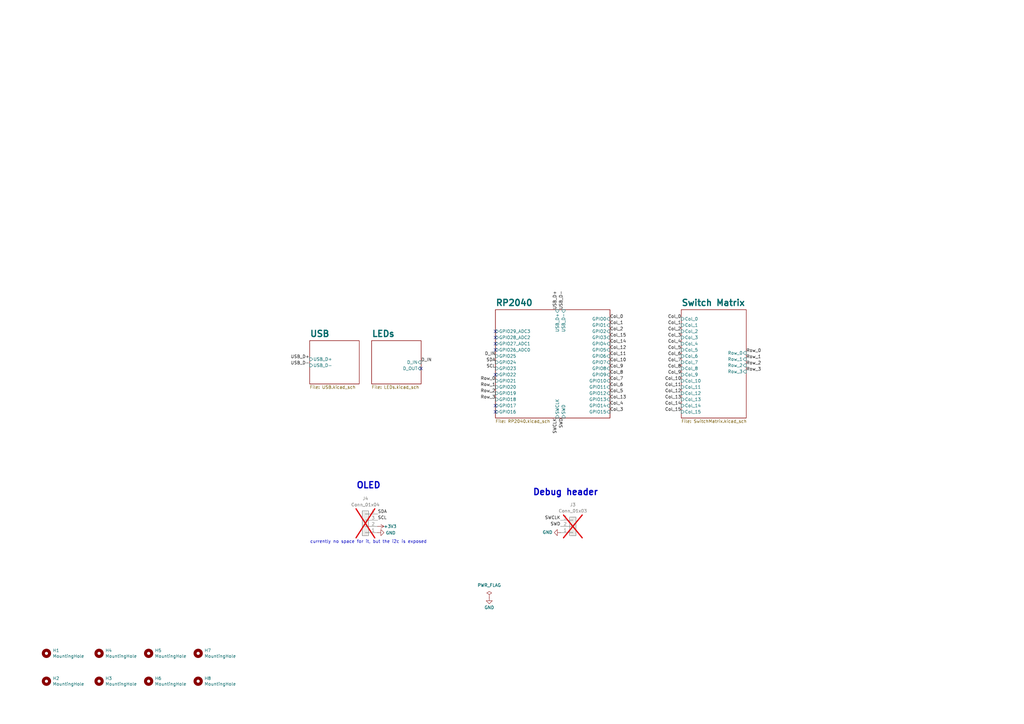
<source format=kicad_sch>
(kicad_sch (version 20231120) (generator "eeschema") (generator_version "8.0")
  (paper "A3")
  (title_block (title "\"not-so-fullsize\" ortho") (date "2024-08-07") (rev "2") (comment 1 "Author: Kev"))
  (lib_symbols
    (symbol "Connector_Generic:Conn_01x03" (pin_names (offset 1.016) hide)
      (property "Reference" "J" (at 0 5.08 0))
      (property "Value" "Conn_01x03" (at 0 -5.08 0))
      (symbol "Conn_01x03_1_1"
        (rectangle (start -1.27 -2.413) (end 0 -2.667) (stroke (width 0.1524)))
        (rectangle (start -1.27 0.127) (end 0 -0.127) (stroke (width 0.1524)))
        (rectangle (start -1.27 2.667) (end 0 2.413) (stroke (width 0.1524)))
        (rectangle (start -1.27 3.81) (end 1.27 -3.81) (stroke (width 0.254)) (fill (type background)))
        (pin passive line (at -5.08 2.54 0) (length 3.81) (name "Pin_1") (number "1"))
        (pin passive line (at -5.08 0 0) (length 3.81) (name "Pin_2") (number "2"))
        (pin passive line (at -5.08 -2.54 0) (length 3.81) (name "Pin_3") (number "3"))
      )
    )
    (symbol "Connector_Generic:Conn_01x04" (pin_names (offset 1.016) hide)
      (property "Reference" "J" (at 0 5.08 0))
      (property "Value" "Conn_01x04" (at 0 -7.62 0))
      (symbol "Conn_01x04_1_1"
        (rectangle (start -1.27 -4.953) (end 0 -5.207) (stroke (width 0.1524)))
        (rectangle (start -1.27 -2.413) (end 0 -2.667) (stroke (width 0.1524)))
        (rectangle (start -1.27 0.127) (end 0 -0.127) (stroke (width 0.1524)))
        (rectangle (start -1.27 2.667) (end 0 2.413) (stroke (width 0.1524)))
        (rectangle (start -1.27 3.81) (end 1.27 -6.35) (stroke (width 0.254)) (fill (type background)))
        (pin passive line (at -5.08 2.54 0) (length 3.81) (name "Pin_1") (number "1"))
        (pin passive line (at -5.08 0 0) (length 3.81) (name "Pin_2") (number "2"))
        (pin passive line (at -5.08 -2.54 0) (length 3.81) (name "Pin_3") (number "3"))
        (pin passive line (at -5.08 -5.08 0) (length 3.81) (name "Pin_4") (number "4"))
      )
    )
    (symbol "Mechanical:MountingHole" (pin_names (offset 1.016))
      (property "Reference" "H" (at 0 5.08 0))
      (property "Value" "MountingHole" (at 0 3.175 0))
      (symbol "MountingHole_0_1"
        (circle (center 0 0) (radius 1.27) (stroke (width 1.27)))
      )
    )
    (symbol "PCM_4ms_Power-symbol:PWR_FLAG" (power) (pin_numbers hide) (pin_names (offset 0) hide)
      (property "Value" "PWR_FLAG" (at 0 3.81 0))
      (symbol "PWR_FLAG_0_0"
        (pin power_out line (at 0 0 90) (length 0) (name "pwr") (number "1"))
      )
      (symbol "PWR_FLAG_0_1"
        (polyline (pts (xy 0 0) (xy 0 1.27) (xy -1.016 1.905) (xy 0 2.54) (xy 1.016 1.905) (xy 0 1.27)))
      )
    )
    (symbol "power:+3V3" (power) (pin_numbers hide) (pin_names (offset 0) hide)
      (property "Value" "+3V3" (at 0 3.556 0))
      (symbol "+3V3_0_1"
        (polyline (pts (xy -0.762 1.27) (xy 0 2.54)))
        (polyline (pts (xy 0 0) (xy 0 2.54)))
        (polyline (pts (xy 0 2.54) (xy 0.762 1.27)))
      )
      (symbol "+3V3_1_1"
        (pin power_in line (at 0 0 90) (length 0) (name "~") (number "1"))
      )
    )
    (symbol "power:GND" (power) (pin_numbers hide) (pin_names (offset 0) hide)
      (property "Value" "GND" (at 0 -3.81 0))
      (symbol "GND_0_1"
        (polyline (pts (xy 0 0) (xy 0 -1.27) (xy 1.27 -1.27) (xy 0 -2.54) (xy -1.27 -1.27) (xy 0 -1.27)))
      )
      (symbol "GND_1_1"
        (pin power_in line (at 0 0 270) (length 0) (name "~") (number "1"))
      )
    )
  )
  (no_connect (at 203.2 140.97))
  (no_connect (at 203.2 138.43))
  (no_connect (at 172.72 151.13))
  (no_connect (at 203.2 166.37))
  (no_connect (at 203.2 143.51))
  (no_connect (at 203.2 168.91))
  (no_connect (at 203.2 135.89))
  (no_connect (at 203.2 153.67))
  (text "Debug header" (at 218.44 203.454 0) (effects (font (size 2.54 2.54) (thickness 0.508) (bold yes)) (justify left bottom)))
  (text "currently no space for it, but the i2c is exposed" (at 151.13 222.25 0) (effects (font (size 1.27 1.27))))
  (text "OLED" (at 146.05 200.66 0) (effects (font (size 2.54 2.54) (thickness 0.508) (bold yes)) (justify left bottom)))
  (label "Col_7" (at 279.4 148.59 180))
  (label "Row_2" (at 306.07 149.86 0))
  (label "Row_0" (at 306.07 144.78 0))
  (label "Row_0" (at 203.2 156.21 180))
  (label "D_IN" (at 172.72 148.59 0))
  (label "SWCLK" (at 228.6 171.45 270))
  (label "USB_D-" (at 231.14 127 90))
  (label "Col_4" (at 250.19 166.37 0))
  (label "Col_6" (at 279.4 146.05 180))
  (label "Row_2" (at 203.2 161.29 180))
  (label "Col_11" (at 250.19 146.05 0))
  (label "Row_3" (at 306.07 152.4 0))
  (label "Col_15" (at 250.19 138.43 0))
  (label "Col_2" (at 250.19 135.89 0))
  (label "Row_3" (at 203.2 163.83 180))
  (label "Col_5" (at 279.4 143.51 180))
  (label "Col_9" (at 250.19 151.13 0))
  (label "Col_12" (at 250.19 143.51 0))
  (label "Col_0" (at 279.4 130.81 180))
  (label "Col_4" (at 279.4 140.97 180))
  (label "Col_1" (at 279.4 133.35 180))
  (label "Col_6" (at 250.19 158.75 0))
  (label "Col_13" (at 279.4 163.83 180))
  (label "Col_10" (at 250.19 148.59 0))
  (label "Row_1" (at 306.07 147.32 0))
  (label "SWD" (at 231.14 171.45 270))
  (label "USB_D+" (at 127 147.32 180))
  (label "SWD" (at 229.87 215.9 180))
  (label "Row_1" (at 203.2 158.75 180))
  (label "Col_15" (at 279.4 168.91 180))
  (label "SCL" (at 154.94 213.36 0))
  (label "Col_3" (at 279.4 138.43 180))
  (label "Col_8" (at 250.19 153.67 0))
  (label "Col_14" (at 279.4 166.37 180))
  (label "Col_3" (at 250.19 168.91 0))
  (label "Col_9" (at 279.4 153.67 180))
  (label "Col_10" (at 279.4 156.21 180))
  (label "Col_11" (at 279.4 158.75 180))
  (label "SDA" (at 203.2 148.59 180))
  (label "Col_8" (at 279.4 151.13 180))
  (label "SWCLK" (at 229.87 213.36 180))
  (label "USB_D-" (at 127 149.86 180))
  (label "Col_7" (at 250.19 156.21 0))
  (label "Col_14" (at 250.19 140.97 0))
  (label "SCL" (at 203.2 151.13 180))
  (label "Col_13" (at 250.19 163.83 0))
  (label "Col_0" (at 250.19 130.81 0))
  (label "D_IN" (at 203.2 146.05 180))
  (label "Col_12" (at 279.4 161.29 180))
  (label "SDA" (at 154.94 210.82 0))
  (label "Col_5" (at 250.19 161.29 0))
  (label "Col_2" (at 279.4 135.89 180))
  (label "USB_D+" (at 228.6 127 90))
  (label "Col_1" (at 250.19 133.35 0))
  (symbol (lib_id "Mechanical:MountingHole") (at 19.05 279.4 0) (unit 1)
    (property "Reference" "H2" (at 21.59 278.2316 0) (effects (justify left)))
    (property "Value" "MountingHole" (at 21.59 280.543 0) (effects (justify left)))
    (property "Footprint" "MountingHole:MountingHole_2.2mm_M2" (effects (hide yes)))
  )
  (symbol (lib_id "Mechanical:MountingHole") (at 19.05 267.97 0) (unit 1)
    (property "Reference" "H1" (at 21.59 266.8016 0) (effects (justify left)))
    (property "Value" "MountingHole" (at 21.59 269.113 0) (effects (justify left)))
    (property "Footprint" "MountingHole:MountingHole_2.2mm_M2" (effects (hide yes)))
  )
  (symbol (lib_id "Mechanical:MountingHole") (at 40.64 267.97 0) (unit 1)
    (property "Reference" "H4" (at 43.18 266.8016 0) (effects (justify left)))
    (property "Value" "MountingHole" (at 43.18 269.113 0) (effects (justify left)))
    (property "Footprint" "MountingHole:MountingHole_2.2mm_M2" (effects (hide yes)))
  )
  (symbol (lib_id "Mechanical:MountingHole") (at 40.64 279.4 0) (unit 1)
    (property "Reference" "H3" (at 43.18 278.2316 0) (effects (justify left)))
    (property "Value" "MountingHole" (at 43.18 280.543 0) (effects (justify left)))
    (property "Footprint" "MountingHole:MountingHole_2.2mm_M2" (effects (hide yes)))
  )
  (symbol (lib_id "Mechanical:MountingHole") (at 60.96 279.4 0) (unit 1)
    (property "Reference" "H6" (at 63.5 278.2316 0) (effects (justify left)))
    (property "Value" "MountingHole" (at 63.5 280.543 0) (effects (justify left)))
    (property "Footprint" "MountingHole:MountingHole_2.2mm_M2" (effects (hide yes)))
  )
  (symbol (lib_id "PCM_4ms_Power-symbol:PWR_FLAG") (at 200.66 245.11 0) (unit 1)
    (property "Reference" "#FLG02" (effects (hide yes)))
    (property "Value" "PWR_FLAG" (at 200.66 240.03 0))
  )
  (symbol (lib_id "Mechanical:MountingHole") (at 81.28 267.97 0) (unit 1)
    (property "Reference" "H7" (at 83.82 266.8016 0) (effects (justify left)))
    (property "Value" "MountingHole" (at 83.82 269.113 0) (effects (justify left)))
    (property "Footprint" "MountingHole:MountingHole_2.2mm_M2" (effects (hide yes)))
  )
  (symbol (lib_id "power:GND") (at 154.94 218.44 90) (mirror x) (unit 1)
    (property "Reference" "#PWR034" (effects (hide yes)))
    (property "Value" "GND" (at 158.1912 218.567 90) (effects (justify right)))
    (property "Description" "Power symbol creates a global label with name \"GND\" , ground" (effects (hide yes)))
  )
  (symbol (lib_id "power:+3V3") (at 154.94 215.9 270) (unit 1)
    (property "Reference" "#PWR035" (effects (hide yes)))
    (property "Value" "+3V3" (at 160.02 215.9 90))
    (property "Description" "Power symbol creates a global label with name \"+3V3\"" (effects (hide yes)))
  )
  (symbol (lib_id "Mechanical:MountingHole") (at 81.28 279.4 0) (unit 1)
    (property "Reference" "H8" (at 83.82 278.2316 0) (effects (justify left)))
    (property "Value" "MountingHole" (at 83.82 280.543 0) (effects (justify left)))
    (property "Footprint" "MountingHole:MountingHole_2.2mm_M2" (effects (hide yes)))
  )
  (symbol (lib_id "power:GND") (at 229.87 218.44 270) (mirror x) (unit 1)
    (property "Reference" "#PWR01" (effects (hide yes)))
    (property "Value" "GND" (at 226.6188 218.313 90) (effects (justify right)))
    (property "Description" "Power symbol creates a global label with name \"GND\" , ground" (effects (hide yes)))
  )
  (symbol (lib_id "Mechanical:MountingHole") (at 60.96 267.97 0) (unit 1)
    (property "Reference" "H5" (at 63.5 266.8016 0) (effects (justify left)))
    (property "Value" "MountingHole" (at 63.5 269.113 0) (effects (justify left)))
    (property "Footprint" "MountingHole:MountingHole_2.2mm_M2" (effects (hide yes)))
  )
  (symbol (lib_id "power:GND") (at 200.66 245.11 0) (mirror y) (unit 1)
    (property "Reference" "#PWR047" (effects (hide yes)))
    (property "Value" "GND" (at 198.628 249.174 0) (effects (justify right)))
    (property "Description" "Power symbol creates a global label with name \"GND\" , ground" (effects (hide yes)))
  )
  (symbol (lib_id "Connector_Generic:Conn_01x03") (at 234.95 215.9 0) (mirror x) (unit 1) (dnp yes)
    (property "Reference" "J3" (at 234.95 207.01 0))
    (property "Value" "Conn_01x03" (at 234.95 209.55 0))
    (property "Footprint" "Connector_PinHeader_2.54mm:PinHeader_1x03_P2.54mm_Vertical" (effects (hide yes)))
    (property "Description" "Generic connector, single row, 01x03, script generated (kicad-library-utils/schlib/autogen/connector/)" (effects (hide yes)))
  )
  (symbol (lib_id "Connector_Generic:Conn_01x04") (at 149.86 215.9 180) (unit 1) (dnp yes)
    (property "Reference" "J4" (at 149.86 204.47 0))
    (property "Value" "Conn_01x04" (at 149.86 207.01 0))
    (property "Footprint" "Connector_PinSocket_2.54mm:PinSocket_1x04_P2.54mm_Vertical" (effects (hide yes)))
    (property "Description" "Generic connector, single row, 01x04, script generated (kicad-library-utils/schlib/autogen/connector/)" (effects (hide yes)))
  )
  (sheet (at 127 139.7) (size 20.32 17.78) (stroke (width 0.1524))
    (property "Sheetname" "USB" (at 127 138.3534 0) (effects (font (size 2.54 2.54) (bold yes)) (justify left bottom)))
    (property "Sheetfile" "USB.kicad_sch" (at 127 158.0646 0) (effects (justify left top)))
    (pin "USB_D-" input (at 127 149.86 180))
    (pin "USB_D+" input (at 127 147.32 180))
  )
  (sheet (at 152.4 139.7) (size 20.32 17.78) (stroke (width 0.1524))
    (property "Sheetname" "LEDs" (at 152.4 138.3534 0) (effects (font (size 2.54 2.54) (bold yes)) (justify left bottom)))
    (property "Sheetfile" "LEDs.kicad_sch" (at 152.4 158.0646 0) (effects (justify left top)))
    (pin "D_IN" input (at 172.72 148.59 0))
    (pin "D_OUT" input (at 172.72 151.13 0))
  )
  (sheet (at 279.4 127) (size 26.67 44.45) (stroke (width 0.1524))
    (property "Sheetname" "Switch Matrix" (at 279.4 125.6534 0) (effects (font (size 2.54 2.54) (bold yes)) (justify left bottom)))
    (property "Sheetfile" "SwitchMatrix.kicad_sch" (at 279.4 172.0346 0) (effects (justify left top)))
    (pin "Col_13" input (at 279.4 163.83 180))
    (pin "Col_9" input (at 279.4 153.67 180))
    (pin "Col_11" input (at 279.4 158.75 180))
    (pin "Col_8" input (at 279.4 151.13 180))
    (pin "Col_12" input (at 279.4 161.29 180))
    (pin "Col_10" input (at 279.4 156.21 180))
    (pin "Col_14" input (at 279.4 166.37 180))
    (pin "Col_6" input (at 279.4 146.05 180))
    (pin "Col_5" input (at 279.4 143.51 180))
    (pin "Col_7" input (at 279.4 148.59 180))
    (pin "Col_3" input (at 279.4 138.43 180))
    (pin "Col_0" input (at 279.4 130.81 180))
    (pin "Col_2" input (at 279.4 135.89 180))
    (pin "Col_1" input (at 279.4 133.35 180))
    (pin "Row_2" input (at 306.07 149.86 0))
    (pin "Row_1" input (at 306.07 147.32 0))
    (pin "Row_0" input (at 306.07 144.78 0))
    (pin "Row_3" input (at 306.07 152.4 0))
    (pin "Col_15" input (at 279.4 168.91 180))
    (pin "Col_4" input (at 279.4 140.97 180))
  )
  (sheet (at 203.2 127) (size 46.99 44.45) (stroke (width 0.1524))
    (property "Sheetname" "RP2040" (at 203.2 125.6534 0) (effects (font (size 2.54 2.54) (bold yes)) (justify left bottom)))
    (property "Sheetfile" "RP2040.kicad_sch" (at 203.2 172.0346 0) (effects (justify left top)))
    (pin "SWCLK" input (at 228.6 171.45 270))
    (pin "SWD" input (at 231.14 171.45 270))
    (pin "GPIO8" input (at 250.19 151.13 0))
    (pin "GPIO9" input (at 250.19 153.67 0))
    (pin "GPIO7" input (at 250.19 148.59 0))
    (pin "GPIO12" input (at 250.19 161.29 0))
    (pin "GPIO11" input (at 250.19 158.75 0))
    (pin "GPIO10" input (at 250.19 156.21 0))
    (pin "GPIO16" input (at 203.2 168.91 180))
    (pin "GPIO14" input (at 250.19 166.37 0))
    (pin "GPIO15" input (at 250.19 168.91 0))
    (pin "GPIO13" input (at 250.19 163.83 0))
    (pin "GPIO28_ADC2" input (at 203.2 138.43 180))
    (pin "GPIO23" input (at 203.2 151.13 180))
    (pin "GPIO22" input (at 203.2 153.67 180))
    (pin "GPIO24" input (at 203.2 148.59 180))
    (pin "GPIO27_ADC1" input (at 203.2 140.97 180))
    (pin "GPIO29_ADC3" input (at 203.2 135.89 180))
    (pin "GPIO26_ADC0" input (at 203.2 143.51 180))
    (pin "GPIO25" input (at 203.2 146.05 180))
    (pin "GPIO17" input (at 203.2 166.37 180))
    (pin "GPIO20" input (at 203.2 158.75 180))
    (pin "GPIO21" input (at 203.2 156.21 180))
    (pin "GPIO18" input (at 203.2 163.83 180))
    (pin "GPIO19" input (at 203.2 161.29 180))
    (pin "GPIO3" input (at 250.19 138.43 0))
    (pin "GPIO4" input (at 250.19 140.97 0))
    (pin "GPIO6" input (at 250.19 146.05 0))
    (pin "GPIO5" input (at 250.19 143.51 0))
    (pin "GPIO0" input (at 250.19 130.81 0))
    (pin "GPIO1" input (at 250.19 133.35 0))
    (pin "GPIO2" input (at 250.19 135.89 0))
    (pin "USB_D-" input (at 231.14 127 90))
    (pin "USB_D+" input (at 228.6 127 90))
  )
)
</source>
